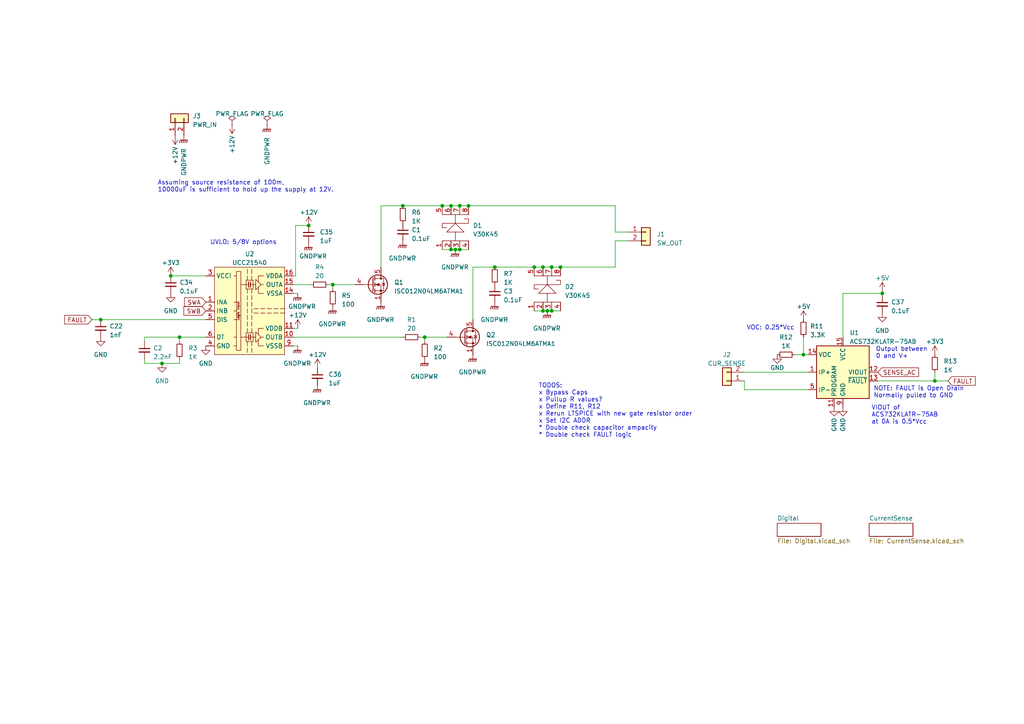
<source format=kicad_sch>
(kicad_sch (version 20230121) (generator eeschema)
  (paper "A4")
  (lib_symbols
    (symbol "Connector_Generic:Conn_01x02" (pin_names (offset 1.016) hide)
      (property "Reference" "J" (at 0 2.54 0))
      (property "Value" "Conn_01x02" (at 0 -5.08 0))
      (symbol "Conn_01x02_1_1"
        (rectangle (start -1.27 -2.413) (end 0 -2.667) (stroke (width 0.1524)))
        (rectangle (start -1.27 0.127) (end 0 -0.127) (stroke (width 0.1524)))
        (rectangle (start -1.27 1.27) (end 1.27 -3.81) (stroke (width 0.254)) (fill (type background)))
        (pin passive line (at -5.08 0 0) (length 3.81) (name "Pin_1") (number "1"))
        (pin passive line (at -5.08 -2.54 0) (length 3.81) (name "Pin_2") (number "2"))
      )
    )
    (symbol "Device:C_Small" (pin_numbers hide) (pin_names (offset 0.254) hide)
      (property "Reference" "C" (at 0.254 1.778 0))
      (property "Value" "C_Small" (at 0.254 -2.032 0))
      (symbol "C_Small_0_1"
        (polyline (pts (xy -1.524 -0.508) (xy 1.524 -0.508)) (stroke (width 0.3302)))
        (polyline (pts (xy -1.524 0.508) (xy 1.524 0.508)) (stroke (width 0.3048)))
      )
      (symbol "C_Small_1_1"
        (pin passive line (at 0 2.54 270) (length 2.032) (name "~") (number "1"))
        (pin passive line (at 0 -2.54 90) (length 2.032) (name "~") (number "2"))
      )
    )
    (symbol "Device:R_Small" (pin_numbers hide) (pin_names (offset 0.254) hide)
      (property "Reference" "R" (at 0.762 0.508 0))
      (property "Value" "R_Small" (at 0.762 -1.016 0))
      (symbol "R_Small_0_1"
        (rectangle (start -0.762 1.778) (end 0.762 -1.778) (stroke (width 0.2032)))
      )
      (symbol "R_Small_1_1"
        (pin passive line (at 0 2.54 270) (length 0.762) (name "~") (number "1"))
        (pin passive line (at 0 -2.54 90) (length 0.762) (name "~") (number "2"))
      )
    )
    (symbol "Driver_FET:UCC21520DW"
      (property "Reference" "U" (at 0 16.51 0))
      (property "Value" "UCC21520DW" (at 0 13.97 0))
      (symbol "UCC21520DW_0_0"
        (polyline (pts (xy -0.635 6.35) (xy -0.635 5.08)))
        (polyline (pts (xy -0.635 10.16) (xy -0.635 8.89)))
        (polyline (pts (xy -0.635 12.065) (xy -0.635 10.795)))
        (polyline (pts (xy -0.254 -7.62) (xy -2.54 -7.62)))
        (polyline (pts (xy -0.254 -6.858) (xy -0.254 -8.382)) (stroke (width 0.254)))
        (polyline (pts (xy -0.254 7.62) (xy -2.54 7.62)))
        (polyline (pts (xy -0.254 8.382) (xy -0.254 6.858)) (stroke (width 0.254)))
        (polyline (pts (xy 0.254 -7.62) (xy 1.778 -7.62)))
        (polyline (pts (xy 0.254 -6.858) (xy 0.254 -8.382)) (stroke (width 0.254)))
        (polyline (pts (xy 0.254 7.62) (xy 1.778 7.62)))
        (polyline (pts (xy 0.254 8.382) (xy 0.254 6.858)) (stroke (width 0.254)))
        (polyline (pts (xy 0.635 6.35) (xy 0.635 5.08)))
        (polyline (pts (xy 0.635 8.89) (xy 0.635 10.16)))
        (polyline (pts (xy 0.635 10.795) (xy 0.635 12.065)))
        (polyline (pts (xy 2.54 -0.635) (xy 1.27 -0.635)))
        (polyline (pts (xy 2.54 0.635) (xy 1.27 0.635)))
        (polyline (pts (xy 4.064 -7.62) (xy 3.302 -7.62)))
        (polyline (pts (xy 4.064 7.62) (xy 3.302 7.62)))
        (polyline (pts (xy 4.445 -0.635) (xy 3.175 -0.635)))
        (polyline (pts (xy 4.445 0.635) (xy 3.175 0.635)))
        (polyline (pts (xy 6.35 -0.635) (xy 5.08 -0.635)))
        (polyline (pts (xy 6.35 0.635) (xy 5.08 0.635)))
        (polyline (pts (xy 8.255 -0.635) (xy 6.985 -0.635)))
        (polyline (pts (xy 8.255 0.635) (xy 6.985 0.635)))
        (polyline (pts (xy 10.16 -0.635) (xy 8.89 -0.635)))
        (polyline (pts (xy 10.16 0.635) (xy 8.89 0.635)))
        (polyline (pts (xy 4.064 -10.16) (xy 2.54 -10.16) (xy 2.54 -8.382)))
        (polyline (pts (xy 4.064 -5.08) (xy 2.54 -5.08) (xy 2.54 -6.858)))
        (polyline (pts (xy 4.064 5.08) (xy 2.54 5.08) (xy 2.54 6.858)))
        (polyline (pts (xy 4.064 10.16) (xy 2.54 10.16) (xy 2.54 8.382)))
        (polyline (pts (xy 3.302 -7.62) (xy 1.778 -9.144) (xy 1.778 -6.096) (xy 3.302 -7.62)))
        (polyline (pts (xy 3.302 7.62) (xy 1.778 6.096) (xy 1.778 9.144) (xy 3.302 7.62)))
        (rectangle (start 1.016 -6.35) (end -1.016 -8.89))
        (rectangle (start 1.016 8.89) (end -1.016 6.35))
        (text "Logic Input" (at -3.302 0 900) (effects (font (size 0.635 0.635))))
      )
      (symbol "UCC21520DW_0_1"
        (rectangle (start -3.81 11.43) (end -2.54 -11.43))
        (polyline (pts (xy -3.81 -10.16) (xy -4.572 -10.16)))
        (polyline (pts (xy -3.81 -7.62) (xy -4.572 -7.62)))
        (polyline (pts (xy -3.81 -2.54) (xy -4.572 -2.54)))
        (polyline (pts (xy -3.81 0) (xy -4.572 0)))
        (polyline (pts (xy -3.81 2.54) (xy -4.572 2.54)))
        (polyline (pts (xy -3.81 10.16) (xy -4.572 10.16)))
        (polyline (pts (xy -0.635 -10.795) (xy -0.635 -12.065)))
        (polyline (pts (xy -0.635 -8.89) (xy -0.635 -10.16)))
        (polyline (pts (xy -0.635 -5.08) (xy -0.635 -6.35)))
        (polyline (pts (xy -0.635 -3.175) (xy -0.635 -4.445)))
        (polyline (pts (xy -0.635 -1.27) (xy -0.635 -2.54)))
        (polyline (pts (xy -0.635 0.635) (xy -0.635 -0.635)))
        (polyline (pts (xy -0.635 2.54) (xy -0.635 1.27)))
        (polyline (pts (xy -0.635 4.445) (xy -0.635 3.175)))
        (polyline (pts (xy 0.635 -10.795) (xy 0.635 -12.065)))
        (polyline (pts (xy 0.635 -8.89) (xy 0.635 -10.16)))
        (polyline (pts (xy 0.635 -5.08) (xy 0.635 -6.35)))
        (polyline (pts (xy 0.635 -3.175) (xy 0.635 -4.445)))
        (polyline (pts (xy 0.635 -1.27) (xy 0.635 -2.54)))
        (polyline (pts (xy 0.635 0.635) (xy 0.635 -0.635)))
        (polyline (pts (xy 0.635 2.54) (xy 0.635 1.27)))
        (polyline (pts (xy 0.635 4.445) (xy 0.635 3.175)))
        (rectangle (start 10.16 12.7) (end -10.16 -12.7) (fill (type background)))
      )
      (symbol "UCC21520DW_1_1"
        (pin input line (at -12.7 2.54 0) (length 2.54) (name "INA") (number "1"))
        (pin output line (at 12.7 -7.62 180) (length 2.54) (name "OUTB") (number "10"))
        (pin power_in line (at 12.7 -5.08 180) (length 2.54) (name "VDDB") (number "11"))
        (pin no_connect line (at 10.16 -2.54 180) (length 2.54) hide (name "NC") (number "12"))
        (pin no_connect line (at 10.16 2.54 180) (length 2.54) hide (name "NC") (number "13"))
        (pin power_in line (at 12.7 5.08 180) (length 2.54) (name "VSSA") (number "14"))
        (pin output line (at 12.7 7.62 180) (length 2.54) (name "OUTA") (number "15"))
        (pin power_in line (at 12.7 10.16 180) (length 2.54) (name "VDDA") (number "16"))
        (pin input line (at -12.7 0 0) (length 2.54) (name "INB") (number "2"))
        (pin power_in line (at -12.7 10.16 0) (length 2.54) (name "VCCI") (number "3"))
        (pin power_in line (at -12.7 -10.16 0) (length 2.54) (name "GND") (number "4"))
        (pin input line (at -12.7 -2.54 0) (length 2.54) (name "DIS") (number "5"))
        (pin passive line (at -12.7 -7.62 0) (length 2.54) (name "DT") (number "6"))
        (pin no_connect line (at -10.16 -5.08 0) (length 2.54) hide (name "NC") (number "7"))
        (pin passive line (at -12.7 10.16 0) (length 2.54) hide (name "VCCI") (number "8"))
        (pin power_in line (at 12.7 -10.16 180) (length 2.54) (name "VSSB") (number "9"))
      )
    )
    (symbol "SO_DIODE:SO8_DIODE"
      (property "Reference" "D" (at 0 5.08 0))
      (property "Value" "SO8_DIODE" (at 0 0 0))
      (symbol "SO8_DIODE_0_1"
        (polyline (pts (xy -1.27 0) (xy -3.81 0)))
        (polyline (pts (xy 1.27 0) (xy 3.81 0)))
        (polyline (pts (xy 3.81 3.81) (xy 3.81 -3.81)))
        (polyline (pts (xy -3.81 3.81) (xy -3.81 1.27) (xy -3.81 -3.81)))
        (polyline (pts (xy -1.27 2.54) (xy 1.27 0) (xy -1.27 -2.54) (xy -1.27 2.54)))
        (polyline (pts (xy 2.54 -2.54) (xy 2.54 -3.81) (xy 1.27 -3.81) (xy 1.27 3.81) (xy 0 3.81) (xy 0 2.54)))
      )
      (symbol "SO8_DIODE_1_1"
        (pin input line (at -6.35 3.81 0) (length 2.54) (name "") (number "1"))
        (pin input line (at -6.35 1.27 0) (length 2.54) (name "") (number "2"))
        (pin input line (at -6.35 -1.27 0) (length 2.54) (name "") (number "3"))
        (pin input line (at -6.35 -3.81 0) (length 2.54) (name "") (number "4"))
        (pin input line (at 6.35 3.81 180) (length 2.54) (name "") (number "5"))
        (pin input line (at 6.35 1.27 180) (length 2.54) (name "") (number "6"))
        (pin input line (at 6.35 -1.27 180) (length 2.54) (name "") (number "7"))
        (pin input line (at 6.35 -3.81 180) (length 2.54) (name "") (number "8"))
      )
    )
    (symbol "Sensor_Current:ACS733xLATR-65AB"
      (property "Reference" "U" (at 8.89 6.35 0))
      (property "Value" "ACS733xLATR-65AB" (at 8.89 3.81 0))
      (symbol "ACS733xLATR-65AB_0_1"
        (rectangle (start -7.62 7.62) (end 7.62 -7.62) (stroke (width 0.254)) (fill (type background)))
      )
      (symbol "ACS733xLATR-65AB_1_1"
        (pin passive line (at -10.16 0 0) (length 2.54) (name "IP+") (number "1"))
        (pin passive line (at 0 -10.16 90) (length 2.54) hide (name "GND") (number "10"))
        (pin passive line (at -2.54 -10.16 90) (length 2.54) (name "PROGRAM") (number "11"))
        (pin output line (at 10.16 0 180) (length 2.54) (name "VIOUT") (number "12"))
        (pin output line (at 10.16 -2.54 180) (length 2.54) (name "~{FAULT}") (number "13"))
        (pin input line (at -10.16 5.08 0) (length 2.54) (name "VOC") (number "14"))
        (pin power_in line (at 0 10.16 270) (length 2.54) (name "VCC") (number "15"))
        (pin passive line (at 0 10.16 270) (length 2.54) hide (name "VCC") (number "16"))
        (pin passive line (at -10.16 0 0) (length 2.54) hide (name "IP+") (number "2"))
        (pin passive line (at -10.16 0 0) (length 2.54) hide (name "IP+") (number "3"))
        (pin passive line (at -10.16 0 0) (length 2.54) hide (name "IP+") (number "4"))
        (pin passive line (at -10.16 -5.08 0) (length 2.54) (name "IP-") (number "5"))
        (pin passive line (at -10.16 -5.08 0) (length 2.54) hide (name "IP-") (number "6"))
        (pin passive line (at -10.16 -5.08 0) (length 2.54) hide (name "IP-") (number "7"))
        (pin passive line (at -10.16 -5.08 0) (length 2.54) hide (name "IP-") (number "8"))
        (pin power_in line (at 0 -10.16 90) (length 2.54) (name "GND") (number "9"))
      )
    )
    (symbol "Transistor_FET:ISC012N04LM6ATMA1" (pin_names hide)
      (property "Reference" "Q" (at 5.08 1.905 0))
      (property "Value" "ISC012N04LM6ATMA1" (at 5.08 0 0))
      (symbol "ISC012N04LM6ATMA1_0_1"
        (polyline (pts (xy 0.254 0) (xy -2.54 0)))
        (polyline (pts (xy 0.254 1.905) (xy 0.254 -1.905)) (stroke (width 0.254)))
        (polyline (pts (xy 0.762 -1.27) (xy 0.762 -2.286)) (stroke (width 0.254)))
        (polyline (pts (xy 0.762 0.508) (xy 0.762 -0.508)) (stroke (width 0.254)))
        (polyline (pts (xy 0.762 2.286) (xy 0.762 1.27)) (stroke (width 0.254)))
        (polyline (pts (xy 2.54 2.54) (xy 2.54 1.778)))
        (polyline (pts (xy 2.54 -2.54) (xy 2.54 0) (xy 0.762 0)))
        (polyline (pts (xy 0.762 -1.778) (xy 3.302 -1.778) (xy 3.302 1.778) (xy 0.762 1.778)))
        (polyline (pts (xy 1.016 0) (xy 2.032 0.381) (xy 2.032 -0.381) (xy 1.016 0)) (fill (type outline)))
        (polyline (pts (xy 2.794 0.508) (xy 2.921 0.381) (xy 3.683 0.381) (xy 3.81 0.254)))
        (polyline (pts (xy 3.302 0.381) (xy 2.921 -0.254) (xy 3.683 -0.254) (xy 3.302 0.381)))
        (circle (center 1.651 0) (radius 2.794) (stroke (width 0.254)))
        (circle (center 2.54 -1.778) (radius 0.254) (fill (type outline)))
        (circle (center 2.54 1.778) (radius 0.254) (fill (type outline)))
      )
      (symbol "ISC012N04LM6ATMA1_1_1"
        (pin passive line (at 2.54 -5.08 90) (length 2.54) (name "S") (number "1"))
        (pin passive line (at 2.54 -5.08 90) (length 2.54) hide (name "S") (number "2"))
        (pin passive line (at 2.54 -5.08 90) (length 2.54) hide (name "S") (number "3"))
        (pin passive line (at -5.08 0 0) (length 2.54) (name "G") (number "4"))
        (pin passive line (at 2.54 5.08 270) (length 2.54) (name "D") (number "5"))
      )
    )
    (symbol "power:+12V" (power) (pin_names (offset 0))
      (property "Value" "+12V" (at 0 3.556 0))
      (symbol "+12V_0_1"
        (polyline (pts (xy -0.762 1.27) (xy 0 2.54)))
        (polyline (pts (xy 0 0) (xy 0 2.54)))
        (polyline (pts (xy 0 2.54) (xy 0.762 1.27)))
      )
      (symbol "+12V_1_1"
        (pin power_in line (at 0 0 90) (length 0) hide (name "+12V") (number "1"))
      )
    )
    (symbol "power:+3V3" (power) (pin_names (offset 0))
      (property "Value" "+3V3" (at 0 3.556 0))
      (symbol "+3V3_0_1"
        (polyline (pts (xy -0.762 1.27) (xy 0 2.54)))
        (polyline (pts (xy 0 0) (xy 0 2.54)))
        (polyline (pts (xy 0 2.54) (xy 0.762 1.27)))
      )
      (symbol "+3V3_1_1"
        (pin power_in line (at 0 0 90) (length 0) hide (name "+3V3") (number "1"))
      )
    )
    (symbol "power:+5V" (power) (pin_names (offset 0))
      (property "Value" "+5V" (at 0 3.556 0))
      (symbol "+5V_0_1"
        (polyline (pts (xy -0.762 1.27) (xy 0 2.54)))
        (polyline (pts (xy 0 0) (xy 0 2.54)))
        (polyline (pts (xy 0 2.54) (xy 0.762 1.27)))
      )
      (symbol "+5V_1_1"
        (pin power_in line (at 0 0 90) (length 0) hide (name "+5V") (number "1"))
      )
    )
    (symbol "power:GND" (power) (pin_names (offset 0))
      (property "Value" "GND" (at 0 -3.81 0))
      (symbol "GND_0_1"
        (polyline (pts (xy 0 0) (xy 0 -1.27) (xy 1.27 -1.27) (xy 0 -2.54) (xy -1.27 -1.27) (xy 0 -1.27)))
      )
      (symbol "GND_1_1"
        (pin power_in line (at 0 0 270) (length 0) hide (name "GND") (number "1"))
      )
    )
    (symbol "power:GNDPWR" (power) (pin_names (offset 0))
      (property "Value" "GNDPWR" (at 0 -3.302 0))
      (symbol "GNDPWR_0_1"
        (polyline (pts (xy 0 -1.27) (xy 0 0)))
        (polyline (pts (xy -1.016 -1.27) (xy -1.27 -2.032) (xy -1.27 -2.032)) (stroke (width 0.2032)))
        (polyline (pts (xy -0.508 -1.27) (xy -0.762 -2.032) (xy -0.762 -2.032)) (stroke (width 0.2032)))
        (polyline (pts (xy 0 -1.27) (xy -0.254 -2.032) (xy -0.254 -2.032)) (stroke (width 0.2032)))
        (polyline (pts (xy 0.508 -1.27) (xy 0.254 -2.032) (xy 0.254 -2.032)) (stroke (width 0.2032)))
        (polyline (pts (xy 1.016 -1.27) (xy -1.016 -1.27) (xy -1.016 -1.27)) (stroke (width 0.2032)))
        (polyline (pts (xy 1.016 -1.27) (xy 0.762 -2.032) (xy 0.762 -2.032) (xy 0.762 -2.032)) (stroke (width 0.2032)))
      )
      (symbol "GNDPWR_1_1"
        (pin power_in line (at 0 0 270) (length 0) hide (name "GNDPWR") (number "1"))
      )
    )
    (symbol "power:PWR_FLAG" (power) (pin_numbers hide) (pin_names (offset 0) hide)
      (property "Value" "PWR_FLAG" (at 0 3.81 0))
      (symbol "PWR_FLAG_0_0"
        (pin power_out line (at 0 0 90) (length 0) (name "pwr") (number "1"))
      )
      (symbol "PWR_FLAG_0_1"
        (polyline (pts (xy 0 0) (xy 0 1.27) (xy -1.016 1.905) (xy 0 2.54) (xy 1.016 1.905) (xy 0 1.27)))
      )
    )
  )
  (junction (at 89.535 65.405))
  (junction (at 123.19 97.79))
  (junction (at 133.35 59.69))
  (junction (at 132.08 72.39))
  (junction (at 143.51 77.47))
  (junction (at 29.21 92.71))
  (junction (at 158.75 90.17))
  (junction (at 160.02 90.17))
  (junction (at 46.99 105.41))
  (junction (at 255.905 85.09))
  (junction (at 157.48 77.47))
  (junction (at 52.07 97.79))
  (junction (at 130.81 72.39))
  (junction (at 154.94 77.47))
  (junction (at 116.84 59.69))
  (junction (at 233.045 102.87))
  (junction (at 130.81 59.69))
  (junction (at 157.48 90.17))
  (junction (at 49.53 80.01))
  (junction (at 162.56 77.47))
  (junction (at 135.89 59.69))
  (junction (at 96.52 82.55))
  (junction (at 271.145 110.49))
  (junction (at 160.02 77.47))
  (junction (at 128.27 59.69))
  (junction (at 133.35 72.39))
  (wire (pts (xy 137.16 77.47) (xy 143.51 77.47)))
  (wire (pts (xy 52.07 97.79) (xy 59.69 97.79)))
  (wire (pts (xy 85.725 65.405) (xy 89.535 65.405)))
  (wire (pts (xy 128.27 72.39) (xy 130.81 72.39)))
  (wire (pts (xy 96.52 82.55) (xy 102.87 82.55)))
  (wire (pts (xy 158.75 90.17) (xy 160.02 90.17)))
  (wire (pts (xy 26.67 92.71) (xy 29.21 92.71)))
  (wire (pts (xy 135.89 59.69) (xy 178.435 59.69)))
  (wire (pts (xy 86.36 100.33) (xy 85.09 100.33)))
  (wire (pts (xy 130.81 72.39) (xy 132.08 72.39)))
  (wire (pts (xy 110.49 59.69) (xy 116.84 59.69)))
  (wire (pts (xy 137.16 92.71) (xy 137.16 77.47)))
  (wire (pts (xy 41.91 105.41) (xy 46.99 105.41)))
  (wire (pts (xy 96.52 83.82) (xy 96.52 82.55)))
  (wire (pts (xy 178.435 77.47) (xy 178.435 69.85)))
  (wire (pts (xy 233.045 102.87) (xy 233.045 97.79)))
  (wire (pts (xy 178.435 59.69) (xy 178.435 67.31)))
  (wire (pts (xy 121.92 97.79) (xy 123.19 97.79)))
  (wire (pts (xy 132.08 72.39) (xy 133.35 72.39)))
  (wire (pts (xy 255.905 85.09) (xy 255.905 85.725)))
  (wire (pts (xy 160.02 77.47) (xy 162.56 77.47)))
  (wire (pts (xy 49.53 80.01) (xy 59.69 80.01)))
  (wire (pts (xy 96.52 82.55) (xy 95.25 82.55)))
  (wire (pts (xy 123.19 97.79) (xy 129.54 97.79)))
  (wire (pts (xy 110.49 77.47) (xy 110.49 59.69)))
  (wire (pts (xy 274.955 110.49) (xy 271.145 110.49)))
  (wire (pts (xy 215.9 110.49) (xy 215.9 113.03)))
  (wire (pts (xy 215.9 113.03) (xy 234.315 113.03)))
  (wire (pts (xy 41.91 105.41) (xy 41.91 104.14)))
  (wire (pts (xy 85.09 97.79) (xy 116.84 97.79)))
  (wire (pts (xy 215.9 107.95) (xy 234.315 107.95)))
  (wire (pts (xy 143.51 77.47) (xy 154.94 77.47)))
  (wire (pts (xy 162.56 77.47) (xy 178.435 77.47)))
  (wire (pts (xy 244.475 85.09) (xy 255.905 85.09)))
  (wire (pts (xy 157.48 90.17) (xy 158.75 90.17)))
  (wire (pts (xy 46.99 105.41) (xy 52.07 105.41)))
  (wire (pts (xy 85.09 85.09) (xy 86.36 85.09)))
  (wire (pts (xy 160.02 90.17) (xy 162.56 90.17)))
  (wire (pts (xy 230.505 102.87) (xy 233.045 102.87)))
  (wire (pts (xy 154.94 90.17) (xy 157.48 90.17)))
  (wire (pts (xy 157.48 77.47) (xy 160.02 77.47)))
  (wire (pts (xy 116.84 59.69) (xy 128.27 59.69)))
  (wire (pts (xy 244.475 85.09) (xy 244.475 97.79)))
  (wire (pts (xy 233.045 102.87) (xy 234.315 102.87)))
  (wire (pts (xy 41.91 97.79) (xy 52.07 97.79)))
  (wire (pts (xy 254.635 110.49) (xy 271.145 110.49)))
  (wire (pts (xy 154.94 77.47) (xy 157.48 77.47)))
  (wire (pts (xy 133.35 72.39) (xy 135.89 72.39)))
  (wire (pts (xy 85.09 82.55) (xy 90.17 82.55)))
  (wire (pts (xy 128.27 59.69) (xy 130.81 59.69)))
  (wire (pts (xy 85.725 65.405) (xy 85.725 80.01)))
  (wire (pts (xy 29.21 92.71) (xy 59.69 92.71)))
  (wire (pts (xy 178.435 67.31) (xy 182.245 67.31)))
  (wire (pts (xy 52.07 105.41) (xy 52.07 104.14)))
  (wire (pts (xy 130.81 59.69) (xy 133.35 59.69)))
  (wire (pts (xy 123.19 99.06) (xy 123.19 97.79)))
  (wire (pts (xy 85.725 80.01) (xy 85.09 80.01)))
  (wire (pts (xy 85.09 95.25) (xy 86.36 95.25)))
  (wire (pts (xy 271.145 107.95) (xy 271.145 110.49)))
  (wire (pts (xy 178.435 69.85) (xy 182.245 69.85)))
  (wire (pts (xy 133.35 59.69) (xy 135.89 59.69)))
  (wire (pts (xy 41.91 99.06) (xy 41.91 97.79)))
  (wire (pts (xy 255.905 84.455) (xy 255.905 85.09)))
  (wire (pts (xy 52.07 99.06) (xy 52.07 97.79)))
  (text "NOTE: FAULT is Open Drain\nNormally pulled to GND" (at 253.365 115.57 0) (effects (font (size 1.27 1.27)) (justify left bottom)))
  (text "Output between\n0 and V+" (at 254 104.14 0) (effects (font (size 1.27 1.27)) (justify left bottom)))
  (text "VOC: 0.25*Vcc" (at 216.535 95.885 0) (effects (font (size 1.27 1.27)) (justify left bottom)))
  (text "TODOS:\nx Bypass Caps\nx Pullup R values?\nx Define R11, R12\nx Rerun LTSPICE with new gate resistor order\nx Set I2C ADDR\n* Double check capacitor ampacity\n* Double check FAULT logic" (at 156.21 127 0) (effects (font (size 1.27 1.27)) (justify left bottom)))
  (text "Assuming source resistance of 100m,\n10000uF is sufficient to hold up the supply at 12V." (at 45.72 55.88 0) (effects (font (size 1.27 1.27)) (justify left bottom)))
  (text "UVLO: 5/8V options" (at 60.96 71.12 0) (effects (font (size 1.27 1.27)) (justify left bottom)))
  (text "VIOUT of\nACS732KLATR-75AB\nat 0A is 0.5*Vcc" (at 252.73 123.19 0) (effects (font (size 1.27 1.27)) (justify left bottom)))
  (global_label "FAULT" (shape input) (at 274.955 110.49 0) (property "Intersheetrefs" "${INTERSHEET_REFS}" (effects hide)))
  (global_label "SENSE_AC" (shape input) (at 254.635 107.95 0) (property "Intersheetrefs" "${INTERSHEET_REFS}" (effects hide)))
  (global_label "FAULT" (shape input) (at 26.67 92.71 180) (property "Intersheetrefs" "${INTERSHEET_REFS}" (effects hide)))
  (global_label "SWA" (shape input) (at 59.69 87.63 180) (property "Intersheetrefs" "${INTERSHEET_REFS}" (effects hide)))
  (global_label "SWB" (shape input) (at 59.69 90.17 180) (property "Intersheetrefs" "${INTERSHEET_REFS}" (effects hide)))
  (symbol (lib_id "power:GND") (at 244.475 118.11 0) (unit 1)
    (property "Reference" "#PWR022" (effects hide))
    (property "Value" "GND" (at 244.475 123.19 90))
  )
  (symbol (lib_id "Device:C_Small") (at 49.53 82.55 0) (unit 1)
    (property "Reference" "C34" (at 52.07 81.9213 0) (effects (justify left)))
    (property "Value" "0.1uF" (at 52.07 84.4613 0) (effects (justify left)))
    (property "Footprint" "Capacitor_SMD:C_0805_2012Metric" (effects hide))
  )
  (symbol (lib_id "power:GNDPWR") (at 77.47 36.195 0) (unit 1)
    (property "Reference" "#PWR063" (effects hide))
    (property "Value" "GNDPWR" (at 77.47 43.815 90))
  )
  (symbol (lib_id "power:GND") (at 241.935 118.11 0) (unit 1)
    (property "Reference" "#PWR025" (effects hide))
    (property "Value" "GND" (at 241.935 123.19 90))
  )
  (symbol (lib_id "power:GNDPWR") (at 158.75 90.17 0) (unit 1)
    (property "Reference" "#PWR012" (effects hide))
    (property "Value" "GNDPWR" (at 158.623 95.25 0))
  )
  (symbol (lib_id "Device:R_Small") (at 96.52 86.36 0) (unit 1)
    (property "Reference" "R5" (at 99.06 85.725 0) (effects (justify left)))
    (property "Value" "100" (at 99.06 88.265 0) (effects (justify left)))
    (property "Footprint" "Resistor_SMD:R_0805_2012Metric" (effects hide))
  )
  (symbol (lib_id "power:+3V3") (at 49.53 80.01 0) (unit 1)
    (property "Reference" "#PWR019" (effects hide))
    (property "Value" "+3V3" (at 49.53 76.2 0))
  )
  (symbol (lib_id "Device:C_Small") (at 143.51 85.09 0) (unit 1)
    (property "Reference" "C3" (at 146.05 84.4613 0) (effects (justify left)))
    (property "Value" "0.1uF" (at 146.05 87.0013 0) (effects (justify left)))
    (property "Footprint" "Capacitor_SMD:C_0805_2012Metric" (effects hide))
  )
  (symbol (lib_id "power:+5V") (at 233.045 92.71 0) (unit 1)
    (property "Reference" "#PWR020" (effects hide))
    (property "Value" "+5V" (at 233.045 88.9 0))
  )
  (symbol (lib_id "Connector_Generic:Conn_01x02") (at 50.8 34.29 90) (unit 1)
    (property "Reference" "J3" (at 55.88 33.655 90) (effects (justify right)))
    (property "Value" "PWR_IN" (at 55.88 36.195 90) (effects (justify right)))
    (property "Footprint" "TerminalBlock:TerminalBlock_bornier-2_P5.08mm" (effects hide))
  )
  (symbol (lib_id "power:GNDPWR") (at 132.08 72.39 0) (unit 1)
    (property "Reference" "#PWR013" (effects hide))
    (property "Value" "GNDPWR" (at 131.953 77.47 0))
  )
  (symbol (lib_id "power:GNDPWR") (at 53.34 39.37 0) (unit 1)
    (property "Reference" "#PWR058" (effects hide))
    (property "Value" "GNDPWR" (at 53.34 46.99 90))
  )
  (symbol (lib_id "power:GNDPWR") (at 123.19 104.14 0) (unit 1)
    (property "Reference" "#PWR010" (effects hide))
    (property "Value" "GNDPWR" (at 123.063 109.22 0))
  )
  (symbol (lib_id "power:PWR_FLAG") (at 77.47 36.195 0) (unit 1)
    (property "Reference" "#FLG02" (effects hide))
    (property "Value" "PWR_FLAG" (at 77.47 33.02 0))
  )
  (symbol (lib_id "Device:C_Small") (at 29.21 95.25 0) (unit 1)
    (property "Reference" "C22" (at 31.75 94.6213 0) (effects (justify left)))
    (property "Value" "1nF" (at 31.75 97.1613 0) (effects (justify left)))
    (property "Footprint" "Capacitor_SMD:C_0805_2012Metric" (effects hide))
  )
  (symbol (lib_id "Device:C_Small") (at 116.84 67.31 0) (unit 1)
    (property "Reference" "C1" (at 119.38 66.6813 0) (effects (justify left)))
    (property "Value" "0.1uF" (at 119.38 69.2213 0) (effects (justify left)))
    (property "Footprint" "Capacitor_SMD:C_0805_2012Metric" (effects hide))
  )
  (symbol (lib_id "power:GNDPWR") (at 143.51 87.63 0) (unit 1)
    (property "Reference" "#PWR015" (effects hide))
    (property "Value" "GNDPWR" (at 143.383 92.71 0))
  )
  (symbol (lib_id "SO_DIODE:SO8_DIODE") (at 132.08 66.04 90) (unit 1)
    (property "Reference" "D1" (at 137.16 65.405 90) (effects (justify right)))
    (property "Value" "V30K45" (at 137.16 67.945 90) (effects (justify right)))
    (property "Footprint" "Package_DFN_QFN:PQFN-8-EP_6x5mm_P1.27mm_Generic" (effects hide))
  )
  (symbol (lib_id "power:GND") (at 255.905 90.805 0) (unit 1)
    (property "Reference" "#PWR059" (effects hide))
    (property "Value" "GND" (at 255.905 95.885 0))
  )
  (symbol (lib_id "Transistor_FET:ISC012N04LM6ATMA1") (at 134.62 97.79 0) (unit 1)
    (property "Reference" "Q2" (at 140.97 97.155 0) (effects (justify left)))
    (property "Value" "ISC012N04LM6ATMA1" (at 140.97 99.695 0) (effects (justify left)))
    (property "Footprint" "Package_DFN_QFN:PQFN-8-EP_6x5mm_P1.27mm_Generic" (effects hide))
    (property "Datasheet" "http://www.ti.com/lit/gpn/csd17578q5a" (effects hide))
  )
  (symbol (lib_id "power:PWR_FLAG") (at 67.31 36.195 0) (unit 1)
    (property "Reference" "#FLG01" (effects hide))
    (property "Value" "PWR_FLAG" (at 67.31 33.02 0))
  )
  (symbol (lib_id "power:+12V") (at 67.31 36.195 180) (unit 1)
    (property "Reference" "#PWR062" (effects hide))
    (property "Value" "+12V" (at 67.31 41.91 90))
  )
  (symbol (lib_id "Device:R_Small") (at 143.51 80.01 0) (unit 1)
    (property "Reference" "R7" (at 146.05 79.375 0) (effects (justify left)))
    (property "Value" "1K" (at 146.05 81.915 0) (effects (justify left)))
    (property "Footprint" "Resistor_SMD:R_0805_2012Metric" (effects hide))
  )
  (symbol (lib_id "Connector_Generic:Conn_01x02") (at 187.325 67.31 0) (unit 1)
    (property "Reference" "J1" (at 190.5 67.945 0) (effects (justify left)))
    (property "Value" "SW_OUT" (at 190.5 70.485 0) (effects (justify left)))
    (property "Footprint" "8PCV-02-006:8PCV02006" (effects hide))
  )
  (symbol (lib_id "power:GND") (at 59.69 100.33 0) (unit 1)
    (property "Reference" "#PWR01" (effects hide))
    (property "Value" "GND" (at 59.69 105.41 0))
  )
  (symbol (lib_id "power:GNDPWR") (at 110.49 87.63 0) (unit 1)
    (property "Reference" "#PWR08" (effects hide))
    (property "Value" "GNDPWR" (at 110.363 92.71 0))
  )
  (symbol (lib_id "Device:R_Small") (at 119.38 97.79 90) (unit 1)
    (property "Reference" "R1" (at 119.38 92.71 90))
    (property "Value" "20" (at 119.38 95.25 90))
    (property "Footprint" "Resistor_SMD:R_0805_2012Metric" (effects hide))
  )
  (symbol (lib_id "Device:R_Small") (at 92.71 82.55 90) (unit 1)
    (property "Reference" "R4" (at 92.71 77.47 90))
    (property "Value" "20" (at 92.71 80.01 90))
    (property "Footprint" "Resistor_SMD:R_0805_2012Metric" (effects hide))
  )
  (symbol (lib_id "power:GNDPWR") (at 86.36 100.33 0) (unit 1)
    (property "Reference" "#PWR02" (effects hide))
    (property "Value" "GNDPWR" (at 86.233 105.41 0))
  )
  (symbol (lib_id "Device:R_Small") (at 271.145 105.41 0) (unit 1)
    (property "Reference" "R13" (at 273.685 104.775 0) (effects (justify left)))
    (property "Value" "1K" (at 273.685 107.315 0) (effects (justify left)))
    (property "Footprint" "Resistor_SMD:R_0805_2012Metric" (effects hide))
  )
  (symbol (lib_id "power:GNDPWR") (at 116.84 69.85 0) (unit 1)
    (property "Reference" "#PWR014" (effects hide))
    (property "Value" "GNDPWR" (at 116.713 74.93 0))
  )
  (symbol (lib_id "power:GNDPWR") (at 96.52 88.9 0) (unit 1)
    (property "Reference" "#PWR011" (effects hide))
    (property "Value" "GNDPWR" (at 96.393 93.98 0))
  )
  (symbol (lib_id "Device:R_Small") (at 116.84 62.23 0) (unit 1)
    (property "Reference" "R6" (at 119.38 61.595 0) (effects (justify left)))
    (property "Value" "1K" (at 119.38 64.135 0) (effects (justify left)))
    (property "Footprint" "Resistor_SMD:R_0805_2012Metric" (effects hide))
  )
  (symbol (lib_id "power:+12V") (at 89.535 65.405 0) (unit 1)
    (property "Reference" "#PWR05" (effects hide))
    (property "Value" "+12V" (at 89.535 61.595 0))
  )
  (symbol (lib_id "Driver_FET:UCC21520DW") (at 72.39 90.17 0) (unit 1)
    (property "Reference" "U2" (at 72.39 73.66 0))
    (property "Value" "UCC21540" (at 72.39 76.2 0))
    (property "Footprint" "Package_SO:SOIC-16W_7.5x10.3mm_P1.27mm" (effects hide))
    (property "Datasheet" "http://www.ti.com/lit/ds/symlink/ucc21540.pdf" (effects hide))
  )
  (symbol (lib_id "power:GND") (at 29.21 97.79 0) (unit 1)
    (property "Reference" "#PWR024" (effects hide))
    (property "Value" "GND" (at 29.21 102.87 0))
  )
  (symbol (lib_id "power:+12V") (at 50.8 39.37 180) (unit 1)
    (property "Reference" "#PWR016" (effects hide))
    (property "Value" "+12V" (at 50.8 45.085 90))
  )
  (symbol (lib_id "Transistor_FET:ISC012N04LM6ATMA1") (at 107.95 82.55 0) (unit 1)
    (property "Reference" "Q1" (at 114.3 81.915 0) (effects (justify left)))
    (property "Value" "ISC012N04LM6ATMA1" (at 114.3 84.455 0) (effects (justify left)))
    (property "Footprint" "Package_DFN_QFN:PQFN-8-EP_6x5mm_P1.27mm_Generic" (effects hide))
    (property "Datasheet" "http://www.ti.com/lit/gpn/csd17578q5a" (effects hide))
  )
  (symbol (lib_id "power:GND") (at 49.53 85.09 0) (unit 1)
    (property "Reference" "#PWR054" (effects hide))
    (property "Value" "GND" (at 49.53 90.17 0))
  )
  (symbol (lib_id "power:+5V") (at 255.905 84.455 0) (unit 1)
    (property "Reference" "#PWR021" (effects hide))
    (property "Value" "+5V" (at 255.905 80.645 0))
  )
  (symbol (lib_id "Connector_Generic:Conn_01x02") (at 210.82 110.49 180) (unit 1)
    (property "Reference" "J2" (at 210.82 102.87 0))
    (property "Value" "CUR_SENSE" (at 210.82 105.41 0))
    (property "Footprint" "8PCV-02-006:8PCV02006" (effects hide))
  )
  (symbol (lib_id "Device:R_Small") (at 227.965 102.87 90) (unit 1)
    (property "Reference" "R12" (at 227.965 97.79 90))
    (property "Value" "1K" (at 227.965 100.33 90))
    (property "Footprint" "Resistor_SMD:R_0805_2012Metric" (effects hide))
  )
  (symbol (lib_id "power:GNDPWR") (at 89.535 70.485 0) (unit 1)
    (property "Reference" "#PWR055" (effects hide))
    (property "Value" "GNDPWR" (at 90.805 74.295 0))
  )
  (symbol (lib_id "Device:C_Small") (at 92.075 109.22 0) (unit 1)
    (property "Reference" "C36" (at 95.25 108.5913 0) (effects (justify left)))
    (property "Value" "1uF" (at 95.25 111.1313 0) (effects (justify left)))
    (property "Footprint" "Capacitor_SMD:C_0805_2012Metric" (effects hide))
  )
  (symbol (lib_id "Device:C_Small") (at 41.91 101.6 0) (unit 1)
    (property "Reference" "C2" (at 44.45 100.9713 0) (effects (justify left)))
    (property "Value" "2.2nF" (at 44.45 103.5113 0) (effects (justify left)))
    (property "Footprint" "Capacitor_SMD:C_0805_2012Metric" (effects hide))
  )
  (symbol (lib_id "Device:C_Small") (at 89.535 67.945 0) (unit 1)
    (property "Reference" "C35" (at 92.71 67.3163 0) (effects (justify left)))
    (property "Value" "1uF" (at 92.71 69.8563 0) (effects (justify left)))
    (property "Footprint" "Capacitor_SMD:C_0805_2012Metric" (effects hide))
  )
  (symbol (lib_id "Device:C_Small") (at 255.905 88.265 0) (unit 1)
    (property "Reference" "C37" (at 258.445 87.6363 0) (effects (justify left)))
    (property "Value" "0.1uF" (at 258.445 90.1763 0) (effects (justify left)))
    (property "Footprint" "Capacitor_SMD:C_0805_2012Metric" (effects hide))
  )
  (symbol (lib_id "Device:R_Small") (at 233.045 95.25 0) (unit 1)
    (property "Reference" "R11" (at 234.95 94.615 0) (effects (justify left)))
    (property "Value" "3.3K" (at 234.95 97.155 0) (effects (justify left)))
    (property "Footprint" "Resistor_SMD:R_0805_2012Metric" (effects hide))
  )
  (symbol (lib_id "Sensor_Current:ACS733xLATR-65AB") (at 244.475 107.95 0) (unit 1)
    (property "Reference" "U1" (at 246.4309 96.52 0) (effects (justify left)))
    (property "Value" "ACS732KLATR-75AB" (at 246.4309 99.06 0) (effects (justify left)))
    (property "Footprint" "Package_SO:SOIC-16W_7.5x10.3mm_P1.27mm" (effects hide))
    (property "Datasheet" "http://www.allegromicro.com/~/media/Files/Datasheets/ACS732-ACS733-Datasheet.ashx?la=en" (effects hide))
  )
  (symbol (lib_id "Device:R_Small") (at 52.07 101.6 0) (unit 1)
    (property "Reference" "R3" (at 54.61 100.965 0) (effects (justify left)))
    (property "Value" "1K" (at 54.61 103.505 0) (effects (justify left)))
    (property "Footprint" "Resistor_SMD:R_0805_2012Metric" (effects hide))
  )
  (symbol (lib_id "power:+12V") (at 86.36 95.25 0) (unit 1)
    (property "Reference" "#PWR03" (effects hide))
    (property "Value" "+12V" (at 86.36 91.44 0))
  )
  (symbol (lib_id "power:GNDPWR") (at 137.16 102.87 0) (unit 1)
    (property "Reference" "#PWR09" (effects hide))
    (property "Value" "GNDPWR" (at 137.033 107.95 0))
  )
  (symbol (lib_id "SO_DIODE:SO8_DIODE") (at 158.75 83.82 90) (unit 1)
    (property "Reference" "D2" (at 163.83 83.185 90) (effects (justify right)))
    (property "Value" "V30K45" (at 163.83 85.725 90) (effects (justify right)))
    (property "Footprint" "Package_DFN_QFN:PQFN-8-EP_6x5mm_P1.27mm_Generic" (effects hide))
  )
  (symbol (lib_id "power:GND") (at 225.425 102.87 0) (unit 1)
    (property "Reference" "#PWR017" (effects hide))
    (property "Value" "GND" (at 225.425 106.68 0))
  )
  (symbol (lib_id "power:+12V") (at 92.075 106.68 0) (unit 1)
    (property "Reference" "#PWR056" (effects hide))
    (property "Value" "+12V" (at 92.075 102.87 0))
  )
  (symbol (lib_id "power:GNDPWR") (at 92.075 111.76 0) (unit 1)
    (property "Reference" "#PWR057" (effects hide))
    (property "Value" "GNDPWR" (at 91.948 116.84 0))
  )
  (symbol (lib_id "power:+3V3") (at 271.145 102.87 0) (unit 1)
    (property "Reference" "#PWR023" (effects hide))
    (property "Value" "+3V3" (at 271.145 99.06 0))
  )
  (symbol (lib_id "Device:R_Small") (at 123.19 101.6 0) (unit 1)
    (property "Reference" "R2" (at 125.73 100.965 0) (effects (justify left)))
    (property "Value" "100" (at 125.73 103.505 0) (effects (justify left)))
    (property "Footprint" "Resistor_SMD:R_0805_2012Metric" (effects hide))
  )
  (symbol (lib_id "power:GND") (at 46.99 105.41 0) (unit 1)
    (property "Reference" "#PWR06" (effects hide))
    (property "Value" "GND" (at 46.99 110.49 0))
  )
  (symbol (lib_id "power:GNDPWR") (at 86.36 85.09 0) (unit 1)
    (property "Reference" "#PWR07" (effects hide))
    (property "Value" "GNDPWR" (at 87.63 88.9 0))
  )
  (sheet (at 252.095 151.765) (size 12.7 3.81) (stroke (width 0.1524))
    (property "Sheetname" "CurrentSense" (at 252.095 151.0534 0) (effects (justify left bottom)))
    (property "Sheetfile" "CurrentSense.kicad_sch" (at 252.095 156.1596 0) (effects (justify left top)))
  )
  (sheet (at 225.425 151.765) (size 12.7 3.81) (stroke (width 0.1524))
    (property "Sheetname" "Digital" (at 225.425 151.0534 0) (effects (justify left bottom)))
    (property "Sheetfile" "Digital.kicad_sch" (at 225.425 156.1596 0) (effects (justify left top)))
  )
)
</source>
